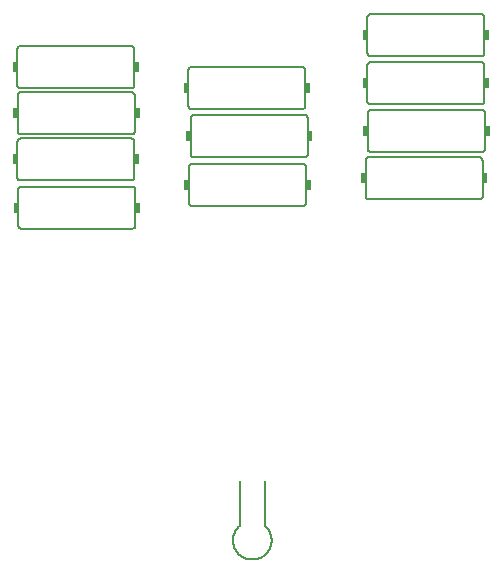
<source format=gto>
G75*
%MOIN*%
%OFA0B0*%
%FSLAX25Y25*%
%IPPOS*%
%LPD*%
%AMOC8*
5,1,8,0,0,1.08239X$1,22.5*
%
%ADD10C,0.00600*%
%ADD11R,0.01800X0.03200*%
D10*
X0096991Y0015888D02*
X0096991Y0030534D01*
X0105180Y0030534D02*
X0105180Y0015888D01*
X0105180Y0015574D02*
X0105300Y0015468D01*
X0105417Y0015359D01*
X0105532Y0015247D01*
X0105644Y0015133D01*
X0105753Y0015016D01*
X0105859Y0014896D01*
X0105963Y0014773D01*
X0106063Y0014648D01*
X0106159Y0014521D01*
X0106253Y0014391D01*
X0106344Y0014259D01*
X0106431Y0014125D01*
X0106514Y0013988D01*
X0106595Y0013850D01*
X0106672Y0013709D01*
X0106745Y0013567D01*
X0106815Y0013423D01*
X0106881Y0013277D01*
X0106943Y0013130D01*
X0107002Y0012981D01*
X0107057Y0012830D01*
X0107109Y0012679D01*
X0107156Y0012526D01*
X0107200Y0012372D01*
X0107240Y0012217D01*
X0107276Y0012061D01*
X0107308Y0011904D01*
X0107336Y0011746D01*
X0107360Y0011588D01*
X0107381Y0011429D01*
X0107397Y0011270D01*
X0107409Y0011110D01*
X0107418Y0010950D01*
X0107422Y0010790D01*
X0107423Y0010630D01*
X0107419Y0010470D01*
X0107412Y0010310D01*
X0107400Y0010151D01*
X0107385Y0009991D01*
X0107365Y0009832D01*
X0107342Y0009674D01*
X0107315Y0009516D01*
X0107283Y0009359D01*
X0107248Y0009203D01*
X0107209Y0009048D01*
X0107166Y0008893D01*
X0107120Y0008740D01*
X0107069Y0008588D01*
X0107015Y0008438D01*
X0106957Y0008288D01*
X0106895Y0008141D01*
X0106830Y0007994D01*
X0106761Y0007850D01*
X0106689Y0007707D01*
X0106613Y0007566D01*
X0106533Y0007427D01*
X0106450Y0007290D01*
X0106364Y0007156D01*
X0106274Y0007023D01*
X0106181Y0006893D01*
X0106085Y0006765D01*
X0105986Y0006639D01*
X0105883Y0006516D01*
X0105778Y0006395D01*
X0105669Y0006278D01*
X0105558Y0006163D01*
X0105444Y0006050D01*
X0105327Y0005941D01*
X0105208Y0005834D01*
X0105085Y0005731D01*
X0104961Y0005631D01*
X0104833Y0005533D01*
X0104704Y0005439D01*
X0104572Y0005349D01*
X0104438Y0005261D01*
X0104302Y0005177D01*
X0104163Y0005096D01*
X0104023Y0005019D01*
X0103881Y0004945D01*
X0103737Y0004875D01*
X0103592Y0004808D01*
X0103444Y0004746D01*
X0103296Y0004686D01*
X0103145Y0004631D01*
X0102994Y0004579D01*
X0102841Y0004531D01*
X0102687Y0004487D01*
X0102532Y0004447D01*
X0102376Y0004410D01*
X0102220Y0004378D01*
X0102062Y0004349D01*
X0101904Y0004324D01*
X0101745Y0004303D01*
X0101586Y0004287D01*
X0101426Y0004274D01*
X0101266Y0004265D01*
X0101106Y0004260D01*
X0100946Y0004259D01*
X0100786Y0004262D01*
X0100626Y0004269D01*
X0100467Y0004280D01*
X0100307Y0004295D01*
X0100148Y0004314D01*
X0099990Y0004337D01*
X0099832Y0004364D01*
X0099675Y0004395D01*
X0099519Y0004430D01*
X0099363Y0004468D01*
X0099209Y0004511D01*
X0099055Y0004557D01*
X0098903Y0004607D01*
X0098753Y0004661D01*
X0098603Y0004718D01*
X0098455Y0004779D01*
X0098309Y0004844D01*
X0098164Y0004913D01*
X0098021Y0004985D01*
X0097880Y0005061D01*
X0097741Y0005140D01*
X0097604Y0005222D01*
X0097469Y0005308D01*
X0097336Y0005398D01*
X0097205Y0005490D01*
X0097077Y0005586D01*
X0096951Y0005685D01*
X0096828Y0005787D01*
X0096707Y0005892D01*
X0096589Y0006000D01*
X0096473Y0006111D01*
X0096361Y0006225D01*
X0096251Y0006342D01*
X0096144Y0006461D01*
X0096041Y0006583D01*
X0095940Y0006707D01*
X0095842Y0006834D01*
X0095748Y0006963D01*
X0095657Y0007095D01*
X0095569Y0007229D01*
X0095484Y0007365D01*
X0095403Y0007503D01*
X0095326Y0007643D01*
X0095251Y0007785D01*
X0095181Y0007929D01*
X0095114Y0008074D01*
X0095051Y0008221D01*
X0094991Y0008370D01*
X0094935Y0008520D01*
X0094883Y0008671D01*
X0094834Y0008824D01*
X0094790Y0008977D01*
X0094749Y0009132D01*
X0094712Y0009288D01*
X0094679Y0009445D01*
X0094650Y0009602D01*
X0094625Y0009760D01*
X0094604Y0009919D01*
X0094586Y0010078D01*
X0094573Y0010238D01*
X0094564Y0010397D01*
X0094558Y0010557D01*
X0094557Y0010718D01*
X0094560Y0010878D01*
X0094566Y0011038D01*
X0094577Y0011197D01*
X0094591Y0011357D01*
X0094610Y0011516D01*
X0094632Y0011674D01*
X0094659Y0011832D01*
X0094689Y0011989D01*
X0094723Y0012146D01*
X0094762Y0012301D01*
X0094804Y0012456D01*
X0094849Y0012609D01*
X0094899Y0012761D01*
X0094952Y0012912D01*
X0095009Y0013062D01*
X0095070Y0013210D01*
X0095135Y0013357D01*
X0095203Y0013502D01*
X0095275Y0013645D01*
X0095350Y0013786D01*
X0095429Y0013925D01*
X0095511Y0014063D01*
X0095596Y0014198D01*
X0095685Y0014331D01*
X0095778Y0014462D01*
X0095873Y0014591D01*
X0095972Y0014717D01*
X0096073Y0014840D01*
X0096178Y0014962D01*
X0096286Y0015080D01*
X0096396Y0015196D01*
X0096510Y0015309D01*
X0096626Y0015419D01*
X0096745Y0015526D01*
X0096867Y0015630D01*
X0096991Y0015731D01*
X0061002Y0114557D02*
X0024002Y0114557D01*
X0023942Y0114559D01*
X0023881Y0114564D01*
X0023822Y0114573D01*
X0023763Y0114586D01*
X0023704Y0114602D01*
X0023647Y0114622D01*
X0023592Y0114645D01*
X0023537Y0114672D01*
X0023485Y0114701D01*
X0023434Y0114734D01*
X0023385Y0114770D01*
X0023339Y0114808D01*
X0023295Y0114850D01*
X0023253Y0114894D01*
X0023215Y0114940D01*
X0023179Y0114989D01*
X0023146Y0115040D01*
X0023117Y0115092D01*
X0023090Y0115147D01*
X0023067Y0115202D01*
X0023047Y0115259D01*
X0023031Y0115318D01*
X0023018Y0115377D01*
X0023009Y0115436D01*
X0023004Y0115497D01*
X0023002Y0115557D01*
X0023002Y0127557D01*
X0023004Y0127617D01*
X0023009Y0127678D01*
X0023018Y0127737D01*
X0023031Y0127796D01*
X0023047Y0127855D01*
X0023067Y0127912D01*
X0023090Y0127967D01*
X0023117Y0128022D01*
X0023146Y0128074D01*
X0023179Y0128125D01*
X0023215Y0128174D01*
X0023253Y0128220D01*
X0023295Y0128264D01*
X0023339Y0128306D01*
X0023385Y0128344D01*
X0023434Y0128380D01*
X0023485Y0128413D01*
X0023537Y0128442D01*
X0023592Y0128469D01*
X0023647Y0128492D01*
X0023704Y0128512D01*
X0023763Y0128528D01*
X0023822Y0128541D01*
X0023881Y0128550D01*
X0023942Y0128555D01*
X0024002Y0128557D01*
X0061002Y0128557D01*
X0061062Y0128555D01*
X0061123Y0128550D01*
X0061182Y0128541D01*
X0061241Y0128528D01*
X0061300Y0128512D01*
X0061357Y0128492D01*
X0061412Y0128469D01*
X0061467Y0128442D01*
X0061519Y0128413D01*
X0061570Y0128380D01*
X0061619Y0128344D01*
X0061665Y0128306D01*
X0061709Y0128264D01*
X0061751Y0128220D01*
X0061789Y0128174D01*
X0061825Y0128125D01*
X0061858Y0128074D01*
X0061887Y0128022D01*
X0061914Y0127967D01*
X0061937Y0127912D01*
X0061957Y0127855D01*
X0061973Y0127796D01*
X0061986Y0127737D01*
X0061995Y0127678D01*
X0062000Y0127617D01*
X0062002Y0127557D01*
X0062002Y0115557D01*
X0062000Y0115497D01*
X0061995Y0115436D01*
X0061986Y0115377D01*
X0061973Y0115318D01*
X0061957Y0115259D01*
X0061937Y0115202D01*
X0061914Y0115147D01*
X0061887Y0115092D01*
X0061858Y0115040D01*
X0061825Y0114989D01*
X0061789Y0114940D01*
X0061751Y0114894D01*
X0061709Y0114850D01*
X0061665Y0114808D01*
X0061619Y0114770D01*
X0061570Y0114734D01*
X0061519Y0114701D01*
X0061467Y0114672D01*
X0061412Y0114645D01*
X0061357Y0114622D01*
X0061300Y0114602D01*
X0061241Y0114586D01*
X0061182Y0114573D01*
X0061123Y0114564D01*
X0061062Y0114559D01*
X0061002Y0114557D01*
X0060687Y0130581D02*
X0023687Y0130581D01*
X0023627Y0130583D01*
X0023566Y0130588D01*
X0023507Y0130597D01*
X0023448Y0130610D01*
X0023389Y0130626D01*
X0023332Y0130646D01*
X0023277Y0130669D01*
X0023222Y0130696D01*
X0023170Y0130725D01*
X0023119Y0130758D01*
X0023070Y0130794D01*
X0023024Y0130832D01*
X0022980Y0130874D01*
X0022938Y0130918D01*
X0022900Y0130964D01*
X0022864Y0131013D01*
X0022831Y0131064D01*
X0022802Y0131116D01*
X0022775Y0131171D01*
X0022752Y0131226D01*
X0022732Y0131283D01*
X0022716Y0131342D01*
X0022703Y0131401D01*
X0022694Y0131460D01*
X0022689Y0131521D01*
X0022687Y0131581D01*
X0022687Y0143581D01*
X0022689Y0143641D01*
X0022694Y0143702D01*
X0022703Y0143761D01*
X0022716Y0143820D01*
X0022732Y0143879D01*
X0022752Y0143936D01*
X0022775Y0143991D01*
X0022802Y0144046D01*
X0022831Y0144098D01*
X0022864Y0144149D01*
X0022900Y0144198D01*
X0022938Y0144244D01*
X0022980Y0144288D01*
X0023024Y0144330D01*
X0023070Y0144368D01*
X0023119Y0144404D01*
X0023170Y0144437D01*
X0023222Y0144466D01*
X0023277Y0144493D01*
X0023332Y0144516D01*
X0023389Y0144536D01*
X0023448Y0144552D01*
X0023507Y0144565D01*
X0023566Y0144574D01*
X0023627Y0144579D01*
X0023687Y0144581D01*
X0060687Y0144581D01*
X0060747Y0144579D01*
X0060808Y0144574D01*
X0060867Y0144565D01*
X0060926Y0144552D01*
X0060985Y0144536D01*
X0061042Y0144516D01*
X0061097Y0144493D01*
X0061152Y0144466D01*
X0061204Y0144437D01*
X0061255Y0144404D01*
X0061304Y0144368D01*
X0061350Y0144330D01*
X0061394Y0144288D01*
X0061436Y0144244D01*
X0061474Y0144198D01*
X0061510Y0144149D01*
X0061543Y0144098D01*
X0061572Y0144046D01*
X0061599Y0143991D01*
X0061622Y0143936D01*
X0061642Y0143879D01*
X0061658Y0143820D01*
X0061671Y0143761D01*
X0061680Y0143702D01*
X0061685Y0143641D01*
X0061687Y0143581D01*
X0061687Y0131581D01*
X0061685Y0131521D01*
X0061680Y0131460D01*
X0061671Y0131401D01*
X0061658Y0131342D01*
X0061642Y0131283D01*
X0061622Y0131226D01*
X0061599Y0131171D01*
X0061572Y0131116D01*
X0061543Y0131064D01*
X0061510Y0131013D01*
X0061474Y0130964D01*
X0061436Y0130918D01*
X0061394Y0130874D01*
X0061350Y0130832D01*
X0061304Y0130794D01*
X0061255Y0130758D01*
X0061204Y0130725D01*
X0061152Y0130696D01*
X0061097Y0130669D01*
X0061042Y0130646D01*
X0060985Y0130626D01*
X0060926Y0130610D01*
X0060867Y0130597D01*
X0060808Y0130588D01*
X0060747Y0130583D01*
X0060687Y0130581D01*
X0060845Y0146014D02*
X0023845Y0146014D01*
X0023785Y0146016D01*
X0023724Y0146021D01*
X0023665Y0146030D01*
X0023606Y0146043D01*
X0023547Y0146059D01*
X0023490Y0146079D01*
X0023435Y0146102D01*
X0023380Y0146129D01*
X0023328Y0146158D01*
X0023277Y0146191D01*
X0023228Y0146227D01*
X0023182Y0146265D01*
X0023138Y0146307D01*
X0023096Y0146351D01*
X0023058Y0146397D01*
X0023022Y0146446D01*
X0022989Y0146497D01*
X0022960Y0146549D01*
X0022933Y0146604D01*
X0022910Y0146659D01*
X0022890Y0146716D01*
X0022874Y0146775D01*
X0022861Y0146834D01*
X0022852Y0146893D01*
X0022847Y0146954D01*
X0022845Y0147014D01*
X0022845Y0159014D01*
X0022847Y0159074D01*
X0022852Y0159135D01*
X0022861Y0159194D01*
X0022874Y0159253D01*
X0022890Y0159312D01*
X0022910Y0159369D01*
X0022933Y0159424D01*
X0022960Y0159479D01*
X0022989Y0159531D01*
X0023022Y0159582D01*
X0023058Y0159631D01*
X0023096Y0159677D01*
X0023138Y0159721D01*
X0023182Y0159763D01*
X0023228Y0159801D01*
X0023277Y0159837D01*
X0023328Y0159870D01*
X0023380Y0159899D01*
X0023435Y0159926D01*
X0023490Y0159949D01*
X0023547Y0159969D01*
X0023606Y0159985D01*
X0023665Y0159998D01*
X0023724Y0160007D01*
X0023785Y0160012D01*
X0023845Y0160014D01*
X0060845Y0160014D01*
X0060905Y0160012D01*
X0060966Y0160007D01*
X0061025Y0159998D01*
X0061084Y0159985D01*
X0061143Y0159969D01*
X0061200Y0159949D01*
X0061255Y0159926D01*
X0061310Y0159899D01*
X0061362Y0159870D01*
X0061413Y0159837D01*
X0061462Y0159801D01*
X0061508Y0159763D01*
X0061552Y0159721D01*
X0061594Y0159677D01*
X0061632Y0159631D01*
X0061668Y0159582D01*
X0061701Y0159531D01*
X0061730Y0159479D01*
X0061757Y0159424D01*
X0061780Y0159369D01*
X0061800Y0159312D01*
X0061816Y0159253D01*
X0061829Y0159194D01*
X0061838Y0159135D01*
X0061843Y0159074D01*
X0061845Y0159014D01*
X0061845Y0147014D01*
X0061843Y0146954D01*
X0061838Y0146893D01*
X0061829Y0146834D01*
X0061816Y0146775D01*
X0061800Y0146716D01*
X0061780Y0146659D01*
X0061757Y0146604D01*
X0061730Y0146549D01*
X0061701Y0146497D01*
X0061668Y0146446D01*
X0061632Y0146397D01*
X0061594Y0146351D01*
X0061552Y0146307D01*
X0061508Y0146265D01*
X0061462Y0146227D01*
X0061413Y0146191D01*
X0061362Y0146158D01*
X0061310Y0146129D01*
X0061255Y0146102D01*
X0061200Y0146079D01*
X0061143Y0146059D01*
X0061084Y0146043D01*
X0061025Y0146030D01*
X0060966Y0146021D01*
X0060905Y0146016D01*
X0060845Y0146014D01*
X0060687Y0161447D02*
X0023687Y0161447D01*
X0023627Y0161449D01*
X0023566Y0161454D01*
X0023507Y0161463D01*
X0023448Y0161476D01*
X0023389Y0161492D01*
X0023332Y0161512D01*
X0023277Y0161535D01*
X0023222Y0161562D01*
X0023170Y0161591D01*
X0023119Y0161624D01*
X0023070Y0161660D01*
X0023024Y0161698D01*
X0022980Y0161740D01*
X0022938Y0161784D01*
X0022900Y0161830D01*
X0022864Y0161879D01*
X0022831Y0161930D01*
X0022802Y0161982D01*
X0022775Y0162037D01*
X0022752Y0162092D01*
X0022732Y0162149D01*
X0022716Y0162208D01*
X0022703Y0162267D01*
X0022694Y0162326D01*
X0022689Y0162387D01*
X0022687Y0162447D01*
X0022687Y0174447D01*
X0022689Y0174507D01*
X0022694Y0174568D01*
X0022703Y0174627D01*
X0022716Y0174686D01*
X0022732Y0174745D01*
X0022752Y0174802D01*
X0022775Y0174857D01*
X0022802Y0174912D01*
X0022831Y0174964D01*
X0022864Y0175015D01*
X0022900Y0175064D01*
X0022938Y0175110D01*
X0022980Y0175154D01*
X0023024Y0175196D01*
X0023070Y0175234D01*
X0023119Y0175270D01*
X0023170Y0175303D01*
X0023222Y0175332D01*
X0023277Y0175359D01*
X0023332Y0175382D01*
X0023389Y0175402D01*
X0023448Y0175418D01*
X0023507Y0175431D01*
X0023566Y0175440D01*
X0023627Y0175445D01*
X0023687Y0175447D01*
X0060687Y0175447D01*
X0060747Y0175445D01*
X0060808Y0175440D01*
X0060867Y0175431D01*
X0060926Y0175418D01*
X0060985Y0175402D01*
X0061042Y0175382D01*
X0061097Y0175359D01*
X0061152Y0175332D01*
X0061204Y0175303D01*
X0061255Y0175270D01*
X0061304Y0175234D01*
X0061350Y0175196D01*
X0061394Y0175154D01*
X0061436Y0175110D01*
X0061474Y0175064D01*
X0061510Y0175015D01*
X0061543Y0174964D01*
X0061572Y0174912D01*
X0061599Y0174857D01*
X0061622Y0174802D01*
X0061642Y0174745D01*
X0061658Y0174686D01*
X0061671Y0174627D01*
X0061680Y0174568D01*
X0061685Y0174507D01*
X0061687Y0174447D01*
X0061687Y0162447D01*
X0061685Y0162387D01*
X0061680Y0162326D01*
X0061671Y0162267D01*
X0061658Y0162208D01*
X0061642Y0162149D01*
X0061622Y0162092D01*
X0061599Y0162037D01*
X0061572Y0161982D01*
X0061543Y0161930D01*
X0061510Y0161879D01*
X0061474Y0161830D01*
X0061436Y0161784D01*
X0061394Y0161740D01*
X0061350Y0161698D01*
X0061304Y0161660D01*
X0061255Y0161624D01*
X0061204Y0161591D01*
X0061152Y0161562D01*
X0061097Y0161535D01*
X0061042Y0161512D01*
X0060985Y0161492D01*
X0060926Y0161476D01*
X0060867Y0161463D01*
X0060808Y0161454D01*
X0060747Y0161449D01*
X0060687Y0161447D01*
X0079695Y0155479D02*
X0079695Y0167479D01*
X0079697Y0167539D01*
X0079702Y0167600D01*
X0079711Y0167659D01*
X0079724Y0167718D01*
X0079740Y0167777D01*
X0079760Y0167834D01*
X0079783Y0167889D01*
X0079810Y0167944D01*
X0079839Y0167996D01*
X0079872Y0168047D01*
X0079908Y0168096D01*
X0079946Y0168142D01*
X0079988Y0168186D01*
X0080032Y0168228D01*
X0080078Y0168266D01*
X0080127Y0168302D01*
X0080178Y0168335D01*
X0080230Y0168364D01*
X0080285Y0168391D01*
X0080340Y0168414D01*
X0080397Y0168434D01*
X0080456Y0168450D01*
X0080515Y0168463D01*
X0080574Y0168472D01*
X0080635Y0168477D01*
X0080695Y0168479D01*
X0117695Y0168479D01*
X0117755Y0168477D01*
X0117816Y0168472D01*
X0117875Y0168463D01*
X0117934Y0168450D01*
X0117993Y0168434D01*
X0118050Y0168414D01*
X0118105Y0168391D01*
X0118160Y0168364D01*
X0118212Y0168335D01*
X0118263Y0168302D01*
X0118312Y0168266D01*
X0118358Y0168228D01*
X0118402Y0168186D01*
X0118444Y0168142D01*
X0118482Y0168096D01*
X0118518Y0168047D01*
X0118551Y0167996D01*
X0118580Y0167944D01*
X0118607Y0167889D01*
X0118630Y0167834D01*
X0118650Y0167777D01*
X0118666Y0167718D01*
X0118679Y0167659D01*
X0118688Y0167600D01*
X0118693Y0167539D01*
X0118695Y0167479D01*
X0118695Y0155479D01*
X0118693Y0155419D01*
X0118688Y0155358D01*
X0118679Y0155299D01*
X0118666Y0155240D01*
X0118650Y0155181D01*
X0118630Y0155124D01*
X0118607Y0155069D01*
X0118580Y0155014D01*
X0118551Y0154962D01*
X0118518Y0154911D01*
X0118482Y0154862D01*
X0118444Y0154816D01*
X0118402Y0154772D01*
X0118358Y0154730D01*
X0118312Y0154692D01*
X0118263Y0154656D01*
X0118212Y0154623D01*
X0118160Y0154594D01*
X0118105Y0154567D01*
X0118050Y0154544D01*
X0117993Y0154524D01*
X0117934Y0154508D01*
X0117875Y0154495D01*
X0117816Y0154486D01*
X0117755Y0154481D01*
X0117695Y0154479D01*
X0080695Y0154479D01*
X0080635Y0154481D01*
X0080574Y0154486D01*
X0080515Y0154495D01*
X0080456Y0154508D01*
X0080397Y0154524D01*
X0080340Y0154544D01*
X0080285Y0154567D01*
X0080230Y0154594D01*
X0080178Y0154623D01*
X0080127Y0154656D01*
X0080078Y0154692D01*
X0080032Y0154730D01*
X0079988Y0154772D01*
X0079946Y0154816D01*
X0079908Y0154862D01*
X0079872Y0154911D01*
X0079839Y0154962D01*
X0079810Y0155014D01*
X0079783Y0155069D01*
X0079760Y0155124D01*
X0079740Y0155181D01*
X0079724Y0155240D01*
X0079711Y0155299D01*
X0079702Y0155358D01*
X0079697Y0155419D01*
X0079695Y0155479D01*
X0081483Y0152416D02*
X0118483Y0152416D01*
X0118543Y0152414D01*
X0118604Y0152409D01*
X0118663Y0152400D01*
X0118722Y0152387D01*
X0118781Y0152371D01*
X0118838Y0152351D01*
X0118893Y0152328D01*
X0118948Y0152301D01*
X0119000Y0152272D01*
X0119051Y0152239D01*
X0119100Y0152203D01*
X0119146Y0152165D01*
X0119190Y0152123D01*
X0119232Y0152079D01*
X0119270Y0152033D01*
X0119306Y0151984D01*
X0119339Y0151933D01*
X0119368Y0151881D01*
X0119395Y0151826D01*
X0119418Y0151771D01*
X0119438Y0151714D01*
X0119454Y0151655D01*
X0119467Y0151596D01*
X0119476Y0151537D01*
X0119481Y0151476D01*
X0119483Y0151416D01*
X0119483Y0139416D01*
X0119481Y0139356D01*
X0119476Y0139295D01*
X0119467Y0139236D01*
X0119454Y0139177D01*
X0119438Y0139118D01*
X0119418Y0139061D01*
X0119395Y0139006D01*
X0119368Y0138951D01*
X0119339Y0138899D01*
X0119306Y0138848D01*
X0119270Y0138799D01*
X0119232Y0138753D01*
X0119190Y0138709D01*
X0119146Y0138667D01*
X0119100Y0138629D01*
X0119051Y0138593D01*
X0119000Y0138560D01*
X0118948Y0138531D01*
X0118893Y0138504D01*
X0118838Y0138481D01*
X0118781Y0138461D01*
X0118722Y0138445D01*
X0118663Y0138432D01*
X0118604Y0138423D01*
X0118543Y0138418D01*
X0118483Y0138416D01*
X0081483Y0138416D01*
X0081423Y0138418D01*
X0081362Y0138423D01*
X0081303Y0138432D01*
X0081244Y0138445D01*
X0081185Y0138461D01*
X0081128Y0138481D01*
X0081073Y0138504D01*
X0081018Y0138531D01*
X0080966Y0138560D01*
X0080915Y0138593D01*
X0080866Y0138629D01*
X0080820Y0138667D01*
X0080776Y0138709D01*
X0080734Y0138753D01*
X0080696Y0138799D01*
X0080660Y0138848D01*
X0080627Y0138899D01*
X0080598Y0138951D01*
X0080571Y0139006D01*
X0080548Y0139061D01*
X0080528Y0139118D01*
X0080512Y0139177D01*
X0080499Y0139236D01*
X0080490Y0139295D01*
X0080485Y0139356D01*
X0080483Y0139416D01*
X0080483Y0151416D01*
X0080485Y0151476D01*
X0080490Y0151537D01*
X0080499Y0151596D01*
X0080512Y0151655D01*
X0080528Y0151714D01*
X0080548Y0151771D01*
X0080571Y0151826D01*
X0080598Y0151881D01*
X0080627Y0151933D01*
X0080660Y0151984D01*
X0080696Y0152033D01*
X0080734Y0152079D01*
X0080776Y0152123D01*
X0080820Y0152165D01*
X0080866Y0152203D01*
X0080915Y0152239D01*
X0080966Y0152272D01*
X0081018Y0152301D01*
X0081073Y0152328D01*
X0081128Y0152351D01*
X0081185Y0152371D01*
X0081244Y0152387D01*
X0081303Y0152400D01*
X0081362Y0152409D01*
X0081423Y0152414D01*
X0081483Y0152416D01*
X0080853Y0136195D02*
X0117853Y0136195D01*
X0117913Y0136193D01*
X0117974Y0136188D01*
X0118033Y0136179D01*
X0118092Y0136166D01*
X0118151Y0136150D01*
X0118208Y0136130D01*
X0118263Y0136107D01*
X0118318Y0136080D01*
X0118370Y0136051D01*
X0118421Y0136018D01*
X0118470Y0135982D01*
X0118516Y0135944D01*
X0118560Y0135902D01*
X0118602Y0135858D01*
X0118640Y0135812D01*
X0118676Y0135763D01*
X0118709Y0135712D01*
X0118738Y0135660D01*
X0118765Y0135605D01*
X0118788Y0135550D01*
X0118808Y0135493D01*
X0118824Y0135434D01*
X0118837Y0135375D01*
X0118846Y0135316D01*
X0118851Y0135255D01*
X0118853Y0135195D01*
X0118853Y0123195D01*
X0118851Y0123135D01*
X0118846Y0123074D01*
X0118837Y0123015D01*
X0118824Y0122956D01*
X0118808Y0122897D01*
X0118788Y0122840D01*
X0118765Y0122785D01*
X0118738Y0122730D01*
X0118709Y0122678D01*
X0118676Y0122627D01*
X0118640Y0122578D01*
X0118602Y0122532D01*
X0118560Y0122488D01*
X0118516Y0122446D01*
X0118470Y0122408D01*
X0118421Y0122372D01*
X0118370Y0122339D01*
X0118318Y0122310D01*
X0118263Y0122283D01*
X0118208Y0122260D01*
X0118151Y0122240D01*
X0118092Y0122224D01*
X0118033Y0122211D01*
X0117974Y0122202D01*
X0117913Y0122197D01*
X0117853Y0122195D01*
X0080853Y0122195D01*
X0080793Y0122197D01*
X0080732Y0122202D01*
X0080673Y0122211D01*
X0080614Y0122224D01*
X0080555Y0122240D01*
X0080498Y0122260D01*
X0080443Y0122283D01*
X0080388Y0122310D01*
X0080336Y0122339D01*
X0080285Y0122372D01*
X0080236Y0122408D01*
X0080190Y0122446D01*
X0080146Y0122488D01*
X0080104Y0122532D01*
X0080066Y0122578D01*
X0080030Y0122627D01*
X0079997Y0122678D01*
X0079968Y0122730D01*
X0079941Y0122785D01*
X0079918Y0122840D01*
X0079898Y0122897D01*
X0079882Y0122956D01*
X0079869Y0123015D01*
X0079860Y0123074D01*
X0079855Y0123135D01*
X0079853Y0123195D01*
X0079853Y0135195D01*
X0079855Y0135255D01*
X0079860Y0135316D01*
X0079869Y0135375D01*
X0079882Y0135434D01*
X0079898Y0135493D01*
X0079918Y0135550D01*
X0079941Y0135605D01*
X0079968Y0135660D01*
X0079997Y0135712D01*
X0080030Y0135763D01*
X0080066Y0135812D01*
X0080104Y0135858D01*
X0080146Y0135902D01*
X0080190Y0135944D01*
X0080236Y0135982D01*
X0080285Y0136018D01*
X0080336Y0136051D01*
X0080388Y0136080D01*
X0080443Y0136107D01*
X0080498Y0136130D01*
X0080555Y0136150D01*
X0080614Y0136166D01*
X0080673Y0136179D01*
X0080732Y0136188D01*
X0080793Y0136193D01*
X0080853Y0136195D01*
X0138750Y0137321D02*
X0138750Y0125321D01*
X0138752Y0125261D01*
X0138757Y0125200D01*
X0138766Y0125141D01*
X0138779Y0125082D01*
X0138795Y0125023D01*
X0138815Y0124966D01*
X0138838Y0124911D01*
X0138865Y0124856D01*
X0138894Y0124804D01*
X0138927Y0124753D01*
X0138963Y0124704D01*
X0139001Y0124658D01*
X0139043Y0124614D01*
X0139087Y0124572D01*
X0139133Y0124534D01*
X0139182Y0124498D01*
X0139233Y0124465D01*
X0139285Y0124436D01*
X0139340Y0124409D01*
X0139395Y0124386D01*
X0139452Y0124366D01*
X0139511Y0124350D01*
X0139570Y0124337D01*
X0139629Y0124328D01*
X0139690Y0124323D01*
X0139750Y0124321D01*
X0176750Y0124321D01*
X0176810Y0124323D01*
X0176871Y0124328D01*
X0176930Y0124337D01*
X0176989Y0124350D01*
X0177048Y0124366D01*
X0177105Y0124386D01*
X0177160Y0124409D01*
X0177215Y0124436D01*
X0177267Y0124465D01*
X0177318Y0124498D01*
X0177367Y0124534D01*
X0177413Y0124572D01*
X0177457Y0124614D01*
X0177499Y0124658D01*
X0177537Y0124704D01*
X0177573Y0124753D01*
X0177606Y0124804D01*
X0177635Y0124856D01*
X0177662Y0124911D01*
X0177685Y0124966D01*
X0177705Y0125023D01*
X0177721Y0125082D01*
X0177734Y0125141D01*
X0177743Y0125200D01*
X0177748Y0125261D01*
X0177750Y0125321D01*
X0177750Y0137321D01*
X0177748Y0137381D01*
X0177743Y0137442D01*
X0177734Y0137501D01*
X0177721Y0137560D01*
X0177705Y0137619D01*
X0177685Y0137676D01*
X0177662Y0137731D01*
X0177635Y0137786D01*
X0177606Y0137838D01*
X0177573Y0137889D01*
X0177537Y0137938D01*
X0177499Y0137984D01*
X0177457Y0138028D01*
X0177413Y0138070D01*
X0177367Y0138108D01*
X0177318Y0138144D01*
X0177267Y0138177D01*
X0177215Y0138206D01*
X0177160Y0138233D01*
X0177105Y0138256D01*
X0177048Y0138276D01*
X0176989Y0138292D01*
X0176930Y0138305D01*
X0176871Y0138314D01*
X0176810Y0138319D01*
X0176750Y0138321D01*
X0139750Y0138321D01*
X0139690Y0138319D01*
X0139629Y0138314D01*
X0139570Y0138305D01*
X0139511Y0138292D01*
X0139452Y0138276D01*
X0139395Y0138256D01*
X0139340Y0138233D01*
X0139285Y0138206D01*
X0139233Y0138177D01*
X0139182Y0138144D01*
X0139133Y0138108D01*
X0139087Y0138070D01*
X0139043Y0138028D01*
X0139001Y0137984D01*
X0138963Y0137938D01*
X0138927Y0137889D01*
X0138894Y0137838D01*
X0138865Y0137786D01*
X0138838Y0137731D01*
X0138815Y0137676D01*
X0138795Y0137619D01*
X0138779Y0137560D01*
X0138766Y0137501D01*
X0138757Y0137442D01*
X0138752Y0137381D01*
X0138750Y0137321D01*
X0140538Y0140109D02*
X0177538Y0140109D01*
X0177598Y0140111D01*
X0177659Y0140116D01*
X0177718Y0140125D01*
X0177777Y0140138D01*
X0177836Y0140154D01*
X0177893Y0140174D01*
X0177948Y0140197D01*
X0178003Y0140224D01*
X0178055Y0140253D01*
X0178106Y0140286D01*
X0178155Y0140322D01*
X0178201Y0140360D01*
X0178245Y0140402D01*
X0178287Y0140446D01*
X0178325Y0140492D01*
X0178361Y0140541D01*
X0178394Y0140592D01*
X0178423Y0140644D01*
X0178450Y0140699D01*
X0178473Y0140754D01*
X0178493Y0140811D01*
X0178509Y0140870D01*
X0178522Y0140929D01*
X0178531Y0140988D01*
X0178536Y0141049D01*
X0178538Y0141109D01*
X0178538Y0153109D01*
X0178536Y0153169D01*
X0178531Y0153230D01*
X0178522Y0153289D01*
X0178509Y0153348D01*
X0178493Y0153407D01*
X0178473Y0153464D01*
X0178450Y0153519D01*
X0178423Y0153574D01*
X0178394Y0153626D01*
X0178361Y0153677D01*
X0178325Y0153726D01*
X0178287Y0153772D01*
X0178245Y0153816D01*
X0178201Y0153858D01*
X0178155Y0153896D01*
X0178106Y0153932D01*
X0178055Y0153965D01*
X0178003Y0153994D01*
X0177948Y0154021D01*
X0177893Y0154044D01*
X0177836Y0154064D01*
X0177777Y0154080D01*
X0177718Y0154093D01*
X0177659Y0154102D01*
X0177598Y0154107D01*
X0177538Y0154109D01*
X0140538Y0154109D01*
X0140478Y0154107D01*
X0140417Y0154102D01*
X0140358Y0154093D01*
X0140299Y0154080D01*
X0140240Y0154064D01*
X0140183Y0154044D01*
X0140128Y0154021D01*
X0140073Y0153994D01*
X0140021Y0153965D01*
X0139970Y0153932D01*
X0139921Y0153896D01*
X0139875Y0153858D01*
X0139831Y0153816D01*
X0139789Y0153772D01*
X0139751Y0153726D01*
X0139715Y0153677D01*
X0139682Y0153626D01*
X0139653Y0153574D01*
X0139626Y0153519D01*
X0139603Y0153464D01*
X0139583Y0153407D01*
X0139567Y0153348D01*
X0139554Y0153289D01*
X0139545Y0153230D01*
X0139540Y0153169D01*
X0139538Y0153109D01*
X0139538Y0141109D01*
X0139540Y0141049D01*
X0139545Y0140988D01*
X0139554Y0140929D01*
X0139567Y0140870D01*
X0139583Y0140811D01*
X0139603Y0140754D01*
X0139626Y0140699D01*
X0139653Y0140644D01*
X0139682Y0140592D01*
X0139715Y0140541D01*
X0139751Y0140492D01*
X0139789Y0140446D01*
X0139831Y0140402D01*
X0139875Y0140360D01*
X0139921Y0140322D01*
X0139970Y0140286D01*
X0140021Y0140253D01*
X0140073Y0140224D01*
X0140128Y0140197D01*
X0140183Y0140174D01*
X0140240Y0140154D01*
X0140299Y0140138D01*
X0140358Y0140125D01*
X0140417Y0140116D01*
X0140478Y0140111D01*
X0140538Y0140109D01*
X0140380Y0156014D02*
X0177380Y0156014D01*
X0177440Y0156016D01*
X0177501Y0156021D01*
X0177560Y0156030D01*
X0177619Y0156043D01*
X0177678Y0156059D01*
X0177735Y0156079D01*
X0177790Y0156102D01*
X0177845Y0156129D01*
X0177897Y0156158D01*
X0177948Y0156191D01*
X0177997Y0156227D01*
X0178043Y0156265D01*
X0178087Y0156307D01*
X0178129Y0156351D01*
X0178167Y0156397D01*
X0178203Y0156446D01*
X0178236Y0156497D01*
X0178265Y0156549D01*
X0178292Y0156604D01*
X0178315Y0156659D01*
X0178335Y0156716D01*
X0178351Y0156775D01*
X0178364Y0156834D01*
X0178373Y0156893D01*
X0178378Y0156954D01*
X0178380Y0157014D01*
X0178380Y0169014D01*
X0178378Y0169074D01*
X0178373Y0169135D01*
X0178364Y0169194D01*
X0178351Y0169253D01*
X0178335Y0169312D01*
X0178315Y0169369D01*
X0178292Y0169424D01*
X0178265Y0169479D01*
X0178236Y0169531D01*
X0178203Y0169582D01*
X0178167Y0169631D01*
X0178129Y0169677D01*
X0178087Y0169721D01*
X0178043Y0169763D01*
X0177997Y0169801D01*
X0177948Y0169837D01*
X0177897Y0169870D01*
X0177845Y0169899D01*
X0177790Y0169926D01*
X0177735Y0169949D01*
X0177678Y0169969D01*
X0177619Y0169985D01*
X0177560Y0169998D01*
X0177501Y0170007D01*
X0177440Y0170012D01*
X0177380Y0170014D01*
X0140380Y0170014D01*
X0140320Y0170012D01*
X0140259Y0170007D01*
X0140200Y0169998D01*
X0140141Y0169985D01*
X0140082Y0169969D01*
X0140025Y0169949D01*
X0139970Y0169926D01*
X0139915Y0169899D01*
X0139863Y0169870D01*
X0139812Y0169837D01*
X0139763Y0169801D01*
X0139717Y0169763D01*
X0139673Y0169721D01*
X0139631Y0169677D01*
X0139593Y0169631D01*
X0139557Y0169582D01*
X0139524Y0169531D01*
X0139495Y0169479D01*
X0139468Y0169424D01*
X0139445Y0169369D01*
X0139425Y0169312D01*
X0139409Y0169253D01*
X0139396Y0169194D01*
X0139387Y0169135D01*
X0139382Y0169074D01*
X0139380Y0169014D01*
X0139380Y0157014D01*
X0139382Y0156954D01*
X0139387Y0156893D01*
X0139396Y0156834D01*
X0139409Y0156775D01*
X0139425Y0156716D01*
X0139445Y0156659D01*
X0139468Y0156604D01*
X0139495Y0156549D01*
X0139524Y0156497D01*
X0139557Y0156446D01*
X0139593Y0156397D01*
X0139631Y0156351D01*
X0139673Y0156307D01*
X0139717Y0156265D01*
X0139763Y0156227D01*
X0139812Y0156191D01*
X0139863Y0156158D01*
X0139915Y0156129D01*
X0139970Y0156102D01*
X0140025Y0156079D01*
X0140082Y0156059D01*
X0140141Y0156043D01*
X0140200Y0156030D01*
X0140259Y0156021D01*
X0140320Y0156016D01*
X0140380Y0156014D01*
X0140380Y0172077D02*
X0177380Y0172077D01*
X0177440Y0172079D01*
X0177501Y0172084D01*
X0177560Y0172093D01*
X0177619Y0172106D01*
X0177678Y0172122D01*
X0177735Y0172142D01*
X0177790Y0172165D01*
X0177845Y0172192D01*
X0177897Y0172221D01*
X0177948Y0172254D01*
X0177997Y0172290D01*
X0178043Y0172328D01*
X0178087Y0172370D01*
X0178129Y0172414D01*
X0178167Y0172460D01*
X0178203Y0172509D01*
X0178236Y0172560D01*
X0178265Y0172612D01*
X0178292Y0172667D01*
X0178315Y0172722D01*
X0178335Y0172779D01*
X0178351Y0172838D01*
X0178364Y0172897D01*
X0178373Y0172956D01*
X0178378Y0173017D01*
X0178380Y0173077D01*
X0178380Y0185077D01*
X0178378Y0185137D01*
X0178373Y0185198D01*
X0178364Y0185257D01*
X0178351Y0185316D01*
X0178335Y0185375D01*
X0178315Y0185432D01*
X0178292Y0185487D01*
X0178265Y0185542D01*
X0178236Y0185594D01*
X0178203Y0185645D01*
X0178167Y0185694D01*
X0178129Y0185740D01*
X0178087Y0185784D01*
X0178043Y0185826D01*
X0177997Y0185864D01*
X0177948Y0185900D01*
X0177897Y0185933D01*
X0177845Y0185962D01*
X0177790Y0185989D01*
X0177735Y0186012D01*
X0177678Y0186032D01*
X0177619Y0186048D01*
X0177560Y0186061D01*
X0177501Y0186070D01*
X0177440Y0186075D01*
X0177380Y0186077D01*
X0140380Y0186077D01*
X0140320Y0186075D01*
X0140259Y0186070D01*
X0140200Y0186061D01*
X0140141Y0186048D01*
X0140082Y0186032D01*
X0140025Y0186012D01*
X0139970Y0185989D01*
X0139915Y0185962D01*
X0139863Y0185933D01*
X0139812Y0185900D01*
X0139763Y0185864D01*
X0139717Y0185826D01*
X0139673Y0185784D01*
X0139631Y0185740D01*
X0139593Y0185694D01*
X0139557Y0185645D01*
X0139524Y0185594D01*
X0139495Y0185542D01*
X0139468Y0185487D01*
X0139445Y0185432D01*
X0139425Y0185375D01*
X0139409Y0185316D01*
X0139396Y0185257D01*
X0139387Y0185198D01*
X0139382Y0185137D01*
X0139380Y0185077D01*
X0139380Y0173077D01*
X0139382Y0173017D01*
X0139387Y0172956D01*
X0139396Y0172897D01*
X0139409Y0172838D01*
X0139425Y0172779D01*
X0139445Y0172722D01*
X0139468Y0172667D01*
X0139495Y0172612D01*
X0139524Y0172560D01*
X0139557Y0172509D01*
X0139593Y0172460D01*
X0139631Y0172414D01*
X0139673Y0172370D01*
X0139717Y0172328D01*
X0139763Y0172290D01*
X0139812Y0172254D01*
X0139863Y0172221D01*
X0139915Y0172192D01*
X0139970Y0172165D01*
X0140025Y0172142D01*
X0140082Y0172122D01*
X0140141Y0172106D01*
X0140200Y0172093D01*
X0140259Y0172084D01*
X0140320Y0172079D01*
X0140380Y0172077D01*
D11*
X0138480Y0179077D03*
X0138480Y0163014D03*
X0138638Y0147109D03*
X0137850Y0131321D03*
X0119753Y0129195D03*
X0120383Y0145416D03*
X0119595Y0161479D03*
X0078795Y0161479D03*
X0079583Y0145416D03*
X0078953Y0129195D03*
X0062902Y0121557D03*
X0062587Y0137581D03*
X0062745Y0153014D03*
X0062587Y0168447D03*
X0021787Y0168447D03*
X0021945Y0153014D03*
X0021787Y0137581D03*
X0022102Y0121557D03*
X0178650Y0131321D03*
X0179438Y0147109D03*
X0179280Y0163014D03*
X0179280Y0179077D03*
M02*

</source>
